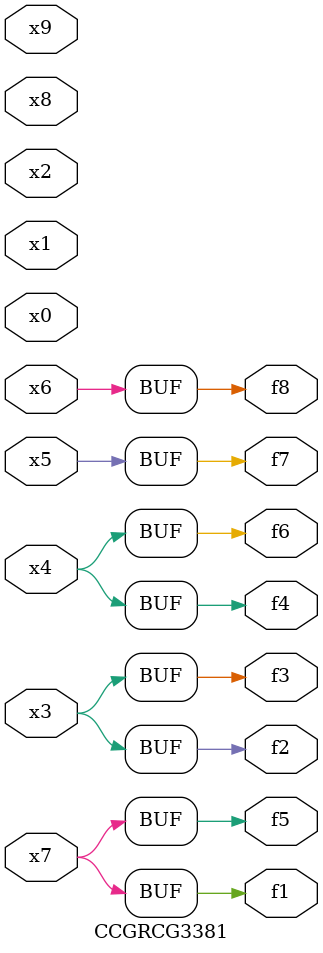
<source format=v>
module CCGRCG3381(
	input x0, x1, x2, x3, x4, x5, x6, x7, x8, x9,
	output f1, f2, f3, f4, f5, f6, f7, f8
);
	assign f1 = x7;
	assign f2 = x3;
	assign f3 = x3;
	assign f4 = x4;
	assign f5 = x7;
	assign f6 = x4;
	assign f7 = x5;
	assign f8 = x6;
endmodule

</source>
